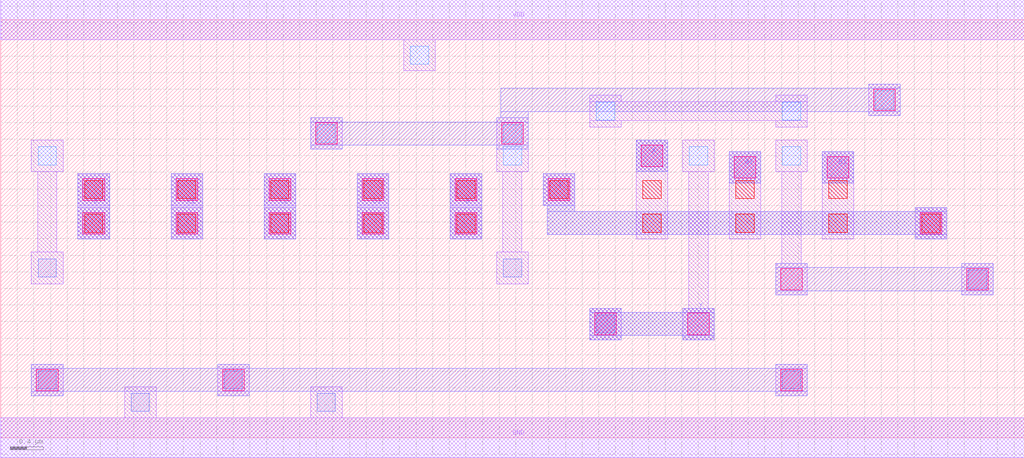
<source format=lef>
MACRO AAOOAAOI2232
 CLASS CORE ;
 FOREIGN AAOOAAOI2232 0 0 ;
 SIZE 12.32 BY 5.04 ;
 ORIGIN 0 0 ;
 SYMMETRY X Y R90 ;
 SITE unit ;
  PIN VDD
   DIRECTION INOUT ;
   USE POWER ;
   SHAPE ABUTMENT ;
    PORT
     CLASS CORE ;
       LAYER met1 ;
        RECT 0.00000000 4.80000000 12.32000000 5.28000000 ;
    END
  END VDD

  PIN GND
   DIRECTION INOUT ;
   USE POWER ;
   SHAPE ABUTMENT ;
    PORT
     CLASS CORE ;
       LAYER met1 ;
        RECT 0.00000000 -0.24000000 12.32000000 0.24000000 ;
    END
  END GND

  PIN Y
   DIRECTION INOUT ;
   USE SIGNAL ;
   SHAPE ABUTMENT ;
    PORT
     CLASS CORE ;
       LAYER met2 ;
        RECT 7.09000000 1.18200000 7.47000000 1.23200000 ;
        RECT 8.21000000 1.18200000 8.59000000 1.23200000 ;
        RECT 7.09000000 1.23200000 8.59000000 1.51200000 ;
        RECT 7.09000000 1.51200000 7.47000000 1.56200000 ;
        RECT 8.21000000 1.51200000 8.59000000 1.56200000 ;
    END
  END Y

  PIN D1
   DIRECTION INOUT ;
   USE SIGNAL ;
   SHAPE ABUTMENT ;
    PORT
     CLASS CORE ;
       LAYER met2 ;
        RECT 4.29000000 2.39700000 4.67000000 3.18200000 ;
    END
  END D1

  PIN A
   DIRECTION INOUT ;
   USE SIGNAL ;
   SHAPE ABUTMENT ;
    PORT
     CLASS CORE ;
       LAYER met2 ;
        RECT 7.65000000 3.20700000 8.03000000 3.58700000 ;
    END
  END A

  PIN C2
   DIRECTION INOUT ;
   USE SIGNAL ;
   SHAPE ABUTMENT ;
    PORT
     CLASS CORE ;
       LAYER met2 ;
        RECT 3.17000000 2.39700000 3.55000000 3.18200000 ;
    END
  END C2

  PIN C
   DIRECTION INOUT ;
   USE SIGNAL ;
   SHAPE ABUTMENT ;
    PORT
     CLASS CORE ;
       LAYER met2 ;
        RECT 0.93000000 2.39700000 1.31000000 3.18200000 ;
    END
  END C

  PIN C1
   DIRECTION INOUT ;
   USE SIGNAL ;
   SHAPE ABUTMENT ;
    PORT
     CLASS CORE ;
       LAYER met2 ;
        RECT 2.05000000 2.39700000 2.43000000 3.18200000 ;
    END
  END C1

  PIN B
   DIRECTION INOUT ;
   USE SIGNAL ;
   SHAPE ABUTMENT ;
    PORT
     CLASS CORE ;
       LAYER met2 ;
        RECT 11.01000000 2.39700000 11.39000000 2.44700000 ;
        RECT 6.58000000 2.44700000 11.39000000 2.72700000 ;
        RECT 11.01000000 2.72700000 11.39000000 2.77700000 ;
        RECT 6.58000000 2.72700000 6.91000000 2.80200000 ;
        RECT 6.53000000 2.80200000 6.91000000 3.18200000 ;
    END
  END B

  PIN D
   DIRECTION INOUT ;
   USE SIGNAL ;
   SHAPE ABUTMENT ;
    PORT
     CLASS CORE ;
       LAYER met2 ;
        RECT 5.41000000 2.39700000 5.79000000 3.18200000 ;
    END
  END D

  PIN A1
   DIRECTION INOUT ;
   USE SIGNAL ;
   SHAPE ABUTMENT ;
    PORT
     CLASS CORE ;
       LAYER met2 ;
        RECT 8.77000000 3.07200000 9.15000000 3.45200000 ;
    END
  END A1

  PIN B1
   DIRECTION INOUT ;
   USE SIGNAL ;
   SHAPE ABUTMENT ;
    PORT
     CLASS CORE ;
       LAYER met2 ;
        RECT 9.89000000 3.07200000 10.27000000 3.45200000 ;
    END
  END B1

 OBS
    LAYER polycont ;
     RECT 1.01000000 2.47700000 1.23000000 2.69700000 ;
     RECT 2.13000000 2.47700000 2.35000000 2.69700000 ;
     RECT 3.25000000 2.47700000 3.47000000 2.69700000 ;
     RECT 4.37000000 2.47700000 4.59000000 2.69700000 ;
     RECT 5.49000000 2.47700000 5.71000000 2.69700000 ;
     RECT 7.73000000 2.47700000 7.95000000 2.69700000 ;
     RECT 8.85000000 2.47700000 9.07000000 2.69700000 ;
     RECT 9.97000000 2.47700000 10.19000000 2.69700000 ;
     RECT 11.09000000 2.47700000 11.31000000 2.69700000 ;
     RECT 1.01000000 2.88200000 1.23000000 3.10200000 ;
     RECT 2.13000000 2.88200000 2.35000000 3.10200000 ;
     RECT 3.25000000 2.88200000 3.47000000 3.10200000 ;
     RECT 4.37000000 2.88200000 4.59000000 3.10200000 ;
     RECT 5.49000000 2.88200000 5.71000000 3.10200000 ;
     RECT 6.61000000 2.88200000 6.83000000 3.10200000 ;
     RECT 7.73000000 2.88200000 7.95000000 3.10200000 ;
     RECT 8.85000000 2.88200000 9.07000000 3.10200000 ;
     RECT 9.97000000 2.88200000 10.19000000 3.10200000 ;

    LAYER pdiffc ;
     RECT 0.45000000 3.28700000 0.67000000 3.50700000 ;
     RECT 6.05000000 3.28700000 6.27000000 3.50700000 ;
     RECT 8.29000000 3.28700000 8.51000000 3.50700000 ;
     RECT 9.41000000 3.28700000 9.63000000 3.50700000 ;
     RECT 3.81000000 3.55700000 4.03000000 3.77700000 ;
     RECT 6.05000000 3.55700000 6.27000000 3.77700000 ;
     RECT 7.17000000 3.82700000 7.39000000 4.04700000 ;
     RECT 9.41000000 3.82700000 9.63000000 4.04700000 ;
     RECT 10.53000000 3.96200000 10.75000000 4.18200000 ;
     RECT 4.93000000 4.50200000 5.15000000 4.72200000 ;

    LAYER ndiffc ;
     RECT 1.57000000 0.31700000 1.79000000 0.53700000 ;
     RECT 3.81000000 0.31700000 4.03000000 0.53700000 ;
     RECT 0.45000000 0.58700000 0.67000000 0.80700000 ;
     RECT 2.69000000 0.58700000 2.91000000 0.80700000 ;
     RECT 9.41000000 0.58700000 9.63000000 0.80700000 ;
     RECT 7.17000000 1.26200000 7.39000000 1.48200000 ;
     RECT 11.65000000 1.80200000 11.87000000 2.02200000 ;
     RECT 0.45000000 1.93700000 0.67000000 2.15700000 ;
     RECT 6.05000000 1.93700000 6.27000000 2.15700000 ;

    LAYER met1 ;
     RECT 0.00000000 -0.24000000 12.32000000 0.24000000 ;
     RECT 1.49000000 0.24000000 1.87000000 0.61700000 ;
     RECT 3.73000000 0.24000000 4.11000000 0.61700000 ;
     RECT 0.37000000 0.50700000 0.75000000 0.88700000 ;
     RECT 2.61000000 0.50700000 2.99000000 0.88700000 ;
     RECT 9.33000000 0.50700000 9.71000000 0.88700000 ;
     RECT 7.09000000 1.18200000 7.47000000 1.56200000 ;
     RECT 11.57000000 1.72200000 11.95000000 2.10200000 ;
     RECT 0.93000000 2.39700000 1.31000000 2.77700000 ;
     RECT 2.05000000 2.39700000 2.43000000 2.77700000 ;
     RECT 3.17000000 2.39700000 3.55000000 2.77700000 ;
     RECT 4.29000000 2.39700000 4.67000000 2.77700000 ;
     RECT 5.41000000 2.39700000 5.79000000 2.77700000 ;
     RECT 11.01000000 2.39700000 11.39000000 2.77700000 ;
     RECT 0.93000000 2.80200000 1.31000000 3.18200000 ;
     RECT 2.05000000 2.80200000 2.43000000 3.18200000 ;
     RECT 3.17000000 2.80200000 3.55000000 3.18200000 ;
     RECT 4.29000000 2.80200000 4.67000000 3.18200000 ;
     RECT 5.41000000 2.80200000 5.79000000 3.18200000 ;
     RECT 6.53000000 2.80200000 6.91000000 3.18200000 ;
     RECT 8.77000000 2.39700000 9.15000000 3.45200000 ;
     RECT 9.89000000 2.39700000 10.27000000 3.45200000 ;
     RECT 0.37000000 1.85700000 0.75000000 2.23700000 ;
     RECT 0.44500000 2.23700000 0.67500000 3.20700000 ;
     RECT 0.37000000 3.20700000 0.75000000 3.58700000 ;
     RECT 7.65000000 2.39700000 8.03000000 3.58700000 ;
     RECT 8.21000000 1.18200000 8.59000000 1.56200000 ;
     RECT 8.28500000 1.56200000 8.51500000 3.20700000 ;
     RECT 8.21000000 3.20700000 8.59000000 3.58700000 ;
     RECT 9.33000000 1.72200000 9.71000000 2.10200000 ;
     RECT 9.40500000 2.10200000 9.63500000 3.20700000 ;
     RECT 9.33000000 3.20700000 9.71000000 3.58700000 ;
     RECT 3.73000000 3.47700000 4.11000000 3.85700000 ;
     RECT 5.97000000 1.85700000 6.35000000 2.23700000 ;
     RECT 6.04500000 2.23700000 6.27500000 3.20700000 ;
     RECT 5.97000000 3.20700000 6.35000000 3.85700000 ;
     RECT 7.09000000 3.74700000 7.47000000 3.82200000 ;
     RECT 9.33000000 3.74700000 9.71000000 3.82200000 ;
     RECT 7.09000000 3.82200000 9.71000000 4.05200000 ;
     RECT 7.09000000 4.05200000 7.47000000 4.12700000 ;
     RECT 9.33000000 4.05200000 9.71000000 4.12700000 ;
     RECT 10.45000000 3.88200000 10.83000000 4.26200000 ;
     RECT 4.85000000 4.42200000 5.23000000 4.80000000 ;
     RECT 0.00000000 4.80000000 12.32000000 5.28000000 ;

    LAYER via1 ;
     RECT 0.43000000 0.56700000 0.69000000 0.82700000 ;
     RECT 2.67000000 0.56700000 2.93000000 0.82700000 ;
     RECT 9.39000000 0.56700000 9.65000000 0.82700000 ;
     RECT 7.15000000 1.24200000 7.41000000 1.50200000 ;
     RECT 8.27000000 1.24200000 8.53000000 1.50200000 ;
     RECT 9.39000000 1.78200000 9.65000000 2.04200000 ;
     RECT 11.63000000 1.78200000 11.89000000 2.04200000 ;
     RECT 0.99000000 2.45700000 1.25000000 2.71700000 ;
     RECT 2.11000000 2.45700000 2.37000000 2.71700000 ;
     RECT 3.23000000 2.45700000 3.49000000 2.71700000 ;
     RECT 4.35000000 2.45700000 4.61000000 2.71700000 ;
     RECT 5.47000000 2.45700000 5.73000000 2.71700000 ;
     RECT 11.07000000 2.45700000 11.33000000 2.71700000 ;
     RECT 0.99000000 2.86200000 1.25000000 3.12200000 ;
     RECT 2.11000000 2.86200000 2.37000000 3.12200000 ;
     RECT 3.23000000 2.86200000 3.49000000 3.12200000 ;
     RECT 4.35000000 2.86200000 4.61000000 3.12200000 ;
     RECT 5.47000000 2.86200000 5.73000000 3.12200000 ;
     RECT 6.59000000 2.86200000 6.85000000 3.12200000 ;
     RECT 8.83000000 3.13200000 9.09000000 3.39200000 ;
     RECT 9.95000000 3.13200000 10.21000000 3.39200000 ;
     RECT 7.71000000 3.26700000 7.97000000 3.52700000 ;
     RECT 3.79000000 3.53700000 4.05000000 3.79700000 ;
     RECT 6.03000000 3.53700000 6.29000000 3.79700000 ;
     RECT 10.51000000 3.94200000 10.77000000 4.20200000 ;

    LAYER met2 ;
     RECT 0.37000000 0.50700000 0.75000000 0.55700000 ;
     RECT 2.61000000 0.50700000 2.99000000 0.55700000 ;
     RECT 9.33000000 0.50700000 9.71000000 0.55700000 ;
     RECT 0.37000000 0.55700000 9.71000000 0.83700000 ;
     RECT 0.37000000 0.83700000 0.75000000 0.88700000 ;
     RECT 2.61000000 0.83700000 2.99000000 0.88700000 ;
     RECT 9.33000000 0.83700000 9.71000000 0.88700000 ;
     RECT 7.09000000 1.18200000 7.47000000 1.23200000 ;
     RECT 8.21000000 1.18200000 8.59000000 1.23200000 ;
     RECT 7.09000000 1.23200000 8.59000000 1.51200000 ;
     RECT 7.09000000 1.51200000 7.47000000 1.56200000 ;
     RECT 8.21000000 1.51200000 8.59000000 1.56200000 ;
     RECT 9.33000000 1.72200000 9.71000000 1.77200000 ;
     RECT 11.57000000 1.72200000 11.95000000 1.77200000 ;
     RECT 9.33000000 1.77200000 11.95000000 2.05200000 ;
     RECT 9.33000000 2.05200000 9.71000000 2.10200000 ;
     RECT 11.57000000 2.05200000 11.95000000 2.10200000 ;
     RECT 0.93000000 2.39700000 1.31000000 3.18200000 ;
     RECT 2.05000000 2.39700000 2.43000000 3.18200000 ;
     RECT 3.17000000 2.39700000 3.55000000 3.18200000 ;
     RECT 4.29000000 2.39700000 4.67000000 3.18200000 ;
     RECT 5.41000000 2.39700000 5.79000000 3.18200000 ;
     RECT 11.01000000 2.39700000 11.39000000 2.44700000 ;
     RECT 6.58000000 2.44700000 11.39000000 2.72700000 ;
     RECT 11.01000000 2.72700000 11.39000000 2.77700000 ;
     RECT 6.58000000 2.72700000 6.91000000 2.80200000 ;
     RECT 6.53000000 2.80200000 6.91000000 3.18200000 ;
     RECT 8.77000000 3.07200000 9.15000000 3.45200000 ;
     RECT 9.89000000 3.07200000 10.27000000 3.45200000 ;
     RECT 7.65000000 3.20700000 8.03000000 3.58700000 ;
     RECT 3.73000000 3.47700000 4.11000000 3.52700000 ;
     RECT 5.97000000 3.47700000 6.35000000 3.52700000 ;
     RECT 3.73000000 3.52700000 6.35000000 3.80700000 ;
     RECT 3.73000000 3.80700000 4.11000000 3.85700000 ;
     RECT 5.97000000 3.80700000 6.35000000 3.85700000 ;
     RECT 6.02000000 3.85700000 6.35000000 3.93200000 ;
     RECT 10.45000000 3.88200000 10.83000000 3.93200000 ;
     RECT 6.02000000 3.93200000 10.83000000 4.21200000 ;
     RECT 10.45000000 4.21200000 10.83000000 4.26200000 ;

 END
END AAOOAAOI2232

</source>
